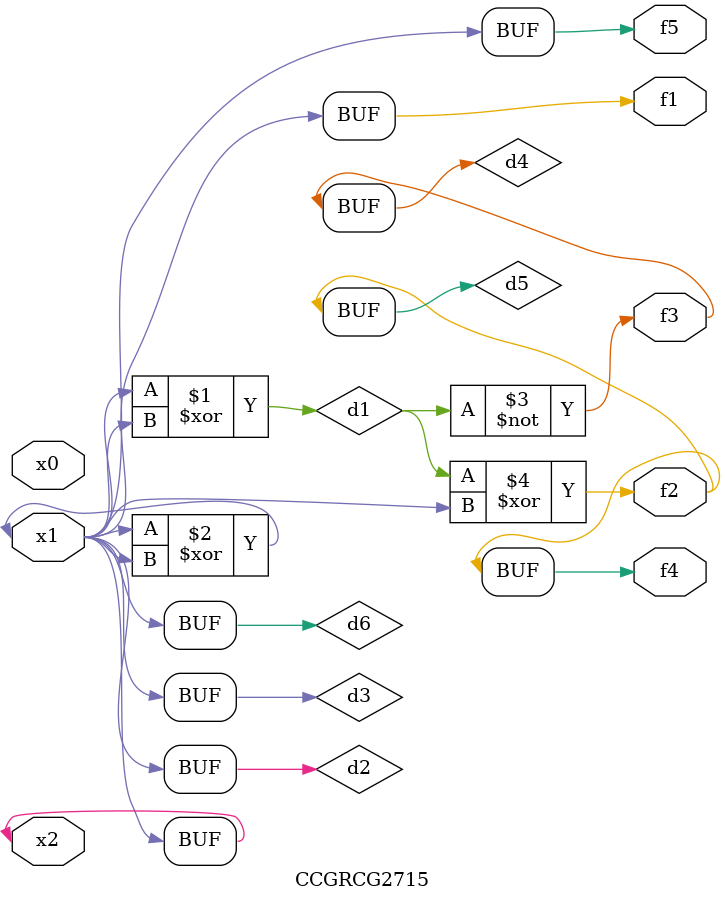
<source format=v>
module CCGRCG2715(
	input x0, x1, x2,
	output f1, f2, f3, f4, f5
);

	wire d1, d2, d3, d4, d5, d6;

	xor (d1, x1, x2);
	buf (d2, x1, x2);
	xor (d3, x1, x2);
	nor (d4, d1);
	xor (d5, d1, d2);
	buf (d6, d2, d3);
	assign f1 = d6;
	assign f2 = d5;
	assign f3 = d4;
	assign f4 = d5;
	assign f5 = d6;
endmodule

</source>
